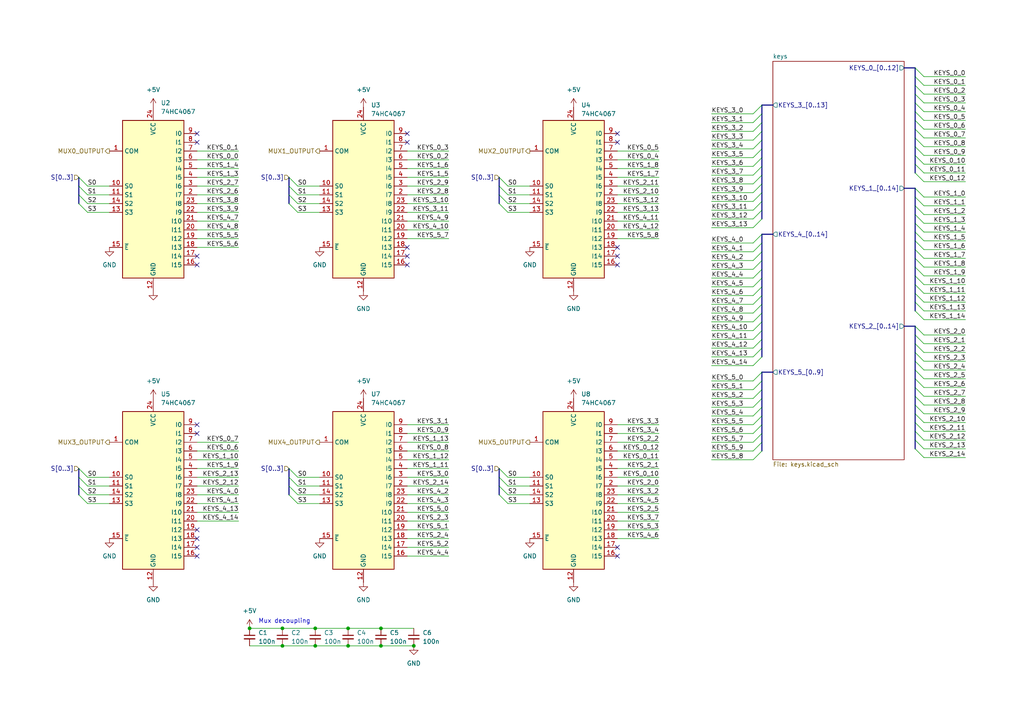
<source format=kicad_sch>
(kicad_sch (version 20230121) (generator eeschema)
  (paper "A4")
  (title_block (title "MoonBoard"))
  (lib_symbols
    (symbol "74xx:CD74HC4067M"
      (property "Reference" "U" (at -8.89 22.86 0))
      (property "Value" "CD74HC4067M" (at 1.27 22.86 0))
      (symbol "CD74HC4067M_0_1"
        (rectangle (start -8.89 21.59) (end 8.89 -24.13) (stroke (width 0.254)) (fill (type background)))
      )
      (symbol "CD74HC4067M_1_1"
        (pin passive line (at -12.7 12.7 0) (length 3.81) (name "COM") (number "1"))
        (pin input line (at -12.7 2.54 0) (length 3.81) (name "S0") (number "10"))
        (pin input line (at -12.7 0 0) (length 3.81) (name "S1") (number "11"))
        (pin power_in line (at 0 -27.94 90) (length 3.81) (name "GND") (number "12"))
        (pin input line (at -12.7 -5.08 0) (length 3.81) (name "S3") (number "13"))
        (pin input line (at -12.7 -2.54 0) (length 3.81) (name "S2") (number "14"))
        (pin input line (at -12.7 -15.24 0) (length 3.81) (name "~{E}") (number "15"))
        (pin passive line (at 12.7 -20.32 180) (length 3.81) (name "I15") (number "16"))
        (pin passive line (at 12.7 -17.78 180) (length 3.81) (name "I14") (number "17"))
        (pin passive line (at 12.7 -15.24 180) (length 3.81) (name "I13") (number "18"))
        (pin passive line (at 12.7 -12.7 180) (length 3.81) (name "I12") (number "19"))
        (pin passive line (at 12.7 0 180) (length 3.81) (name "I7") (number "2"))
        (pin passive line (at 12.7 -10.16 180) (length 3.81) (name "I11") (number "20"))
        (pin passive line (at 12.7 -7.62 180) (length 3.81) (name "I10") (number "21"))
        (pin passive line (at 12.7 -5.08 180) (length 3.81) (name "I9") (number "22"))
        (pin passive line (at 12.7 -2.54 180) (length 3.81) (name "I8") (number "23"))
        (pin power_in line (at 0 25.4 270) (length 3.81) (name "VCC") (number "24"))
        (pin passive line (at 12.7 2.54 180) (length 3.81) (name "I6") (number "3"))
        (pin passive line (at 12.7 5.08 180) (length 3.81) (name "I5") (number "4"))
        (pin passive line (at 12.7 7.62 180) (length 3.81) (name "I4") (number "5"))
        (pin passive line (at 12.7 10.16 180) (length 3.81) (name "I3") (number "6"))
        (pin passive line (at 12.7 12.7 180) (length 3.81) (name "I2") (number "7"))
        (pin passive line (at 12.7 15.24 180) (length 3.81) (name "I1") (number "8"))
        (pin passive line (at 12.7 17.78 180) (length 3.81) (name "I0") (number "9"))
      )
    )
    (symbol "Device:C_Small" (pin_numbers hide) (pin_names (offset 0.254) hide)
      (property "Reference" "C" (at 0.254 1.778 0))
      (property "Value" "C_Small" (at 0.254 -2.032 0))
      (symbol "C_Small_0_1"
        (polyline (pts (xy -1.524 -0.508) (xy 1.524 -0.508)) (stroke (width 0.3302)))
        (polyline (pts (xy -1.524 0.508) (xy 1.524 0.508)) (stroke (width 0.3048)))
      )
      (symbol "C_Small_1_1"
        (pin passive line (at 0 2.54 270) (length 2.032) (name "~") (number "1"))
        (pin passive line (at 0 -2.54 90) (length 2.032) (name "~") (number "2"))
      )
    )
    (symbol "power:+5V" (power) (pin_names (offset 0))
      (property "Value" "+5V" (at 0 3.556 0))
      (symbol "+5V_0_1"
        (polyline (pts (xy -0.762 1.27) (xy 0 2.54)))
        (polyline (pts (xy 0 0) (xy 0 2.54)))
        (polyline (pts (xy 0 2.54) (xy 0.762 1.27)))
      )
      (symbol "+5V_1_1"
        (pin power_in line (at 0 0 90) (length 0) hide (name "+5V") (number "1"))
      )
    )
    (symbol "power:GND" (power) (pin_names (offset 0))
      (property "Value" "GND" (at 0 -3.81 0))
      (symbol "GND_0_1"
        (polyline (pts (xy 0 0) (xy 0 -1.27) (xy 1.27 -1.27) (xy 0 -2.54) (xy -1.27 -1.27) (xy 0 -1.27)))
      )
      (symbol "GND_1_1"
        (pin power_in line (at 0 0 270) (length 0) hide (name "GND") (number "1"))
      )
    )
  )
  (junction (at 110.49 187.325))
  (junction (at 81.915 182.245))
  (junction (at 100.965 187.325))
  (junction (at 81.915 187.325))
  (junction (at 72.39 182.245))
  (junction (at 100.965 182.245))
  (junction (at 110.49 182.245))
  (junction (at 91.44 187.325))
  (junction (at 120.015 187.325))
  (junction (at 91.44 182.245))
  (no_connect (at 57.15 153.67))
  (no_connect (at 57.15 74.295))
  (no_connect (at 118.11 76.835))
  (no_connect (at 179.07 74.295))
  (no_connect (at 57.15 156.21))
  (no_connect (at 57.15 76.835))
  (no_connect (at 118.11 41.275))
  (no_connect (at 57.15 161.29))
  (no_connect (at 179.07 158.75))
  (no_connect (at 118.11 38.735))
  (no_connect (at 57.15 38.735))
  (no_connect (at 179.07 71.755))
  (no_connect (at 57.15 123.19))
  (no_connect (at 118.11 71.755))
  (no_connect (at 179.07 76.835))
  (no_connect (at 57.15 158.75))
  (no_connect (at 99.06 223.52))
  (no_connect (at 57.15 125.73))
  (no_connect (at 179.07 38.735))
  (no_connect (at 57.15 41.275))
  (no_connect (at 179.07 161.29))
  (no_connect (at 179.07 41.275))
  (no_connect (at 118.11 74.295))
  (bus_entry (at 267.97 34.925) (size -2.54 -2.54))
  (bus_entry (at 218.44 60.96) (size 2.54 -2.54))
  (bus_entry (at 218.44 48.26) (size 2.54 -2.54))
  (bus_entry (at 144.78 59.055) (size 2.54 2.54))
  (bus_entry (at 218.44 66.04) (size 2.54 -2.54))
  (bus_entry (at 144.78 143.51) (size 2.54 2.54))
  (bus_entry (at 83.82 143.51) (size 2.54 2.54))
  (bus_entry (at 218.44 43.18) (size 2.54 -2.54))
  (bus_entry (at 22.86 138.43) (size 2.54 2.54))
  (bus_entry (at 267.97 117.475) (size -2.54 -2.54))
  (bus_entry (at 267.97 127.635) (size -2.54 -2.54))
  (bus_entry (at 144.78 135.89) (size 2.54 2.54))
  (bus_entry (at 267.97 87.63) (size -2.54 -2.54))
  (bus_entry (at 267.97 82.55) (size -2.54 -2.54))
  (bus_entry (at 218.44 98.425) (size 2.54 -2.54))
  (bus_entry (at 267.97 122.555) (size -2.54 -2.54))
  (bus_entry (at 22.86 140.97) (size 2.54 2.54))
  (bus_entry (at 218.44 80.645) (size 2.54 -2.54))
  (bus_entry (at 267.97 99.695) (size -2.54 -2.54))
  (bus_entry (at 267.97 114.935) (size -2.54 -2.54))
  (bus_entry (at 83.82 135.89) (size 2.54 2.54))
  (bus_entry (at 267.97 64.77) (size -2.54 -2.54))
  (bus_entry (at 267.97 59.69) (size -2.54 -2.54))
  (bus_entry (at 144.78 138.43) (size 2.54 2.54))
  (bus_entry (at 83.82 56.515) (size 2.54 2.54))
  (bus_entry (at 218.44 93.345) (size 2.54 -2.54))
  (bus_entry (at 218.44 115.57) (size 2.54 -2.54))
  (bus_entry (at 267.97 107.315) (size -2.54 -2.54))
  (bus_entry (at 267.97 97.155) (size -2.54 -2.54))
  (bus_entry (at 218.44 133.35) (size 2.54 -2.54))
  (bus_entry (at 218.44 120.65) (size 2.54 -2.54))
  (bus_entry (at 267.97 40.005) (size -2.54 -2.54))
  (bus_entry (at 218.44 83.185) (size 2.54 -2.54))
  (bus_entry (at 144.78 140.97) (size 2.54 2.54))
  (bus_entry (at 267.97 24.765) (size -2.54 -2.54))
  (bus_entry (at 218.44 58.42) (size 2.54 -2.54))
  (bus_entry (at 22.86 59.055) (size 2.54 2.54))
  (bus_entry (at 267.97 125.095) (size -2.54 -2.54))
  (bus_entry (at 218.44 113.03) (size 2.54 -2.54))
  (bus_entry (at 267.97 109.855) (size -2.54 -2.54))
  (bus_entry (at 218.44 85.725) (size 2.54 -2.54))
  (bus_entry (at 267.97 32.385) (size -2.54 -2.54))
  (bus_entry (at 267.97 102.235) (size -2.54 -2.54))
  (bus_entry (at 83.82 138.43) (size 2.54 2.54))
  (bus_entry (at 218.44 73.025) (size 2.54 -2.54))
  (bus_entry (at 22.86 143.51) (size 2.54 2.54))
  (bus_entry (at 22.86 53.975) (size 2.54 2.54))
  (bus_entry (at 83.82 53.975) (size 2.54 2.54))
  (bus_entry (at 267.97 104.775) (size -2.54 -2.54))
  (bus_entry (at 267.97 130.175) (size -2.54 -2.54))
  (bus_entry (at 218.44 130.81) (size 2.54 -2.54))
  (bus_entry (at 22.86 51.435) (size 2.54 2.54))
  (bus_entry (at 267.97 77.47) (size -2.54 -2.54))
  (bus_entry (at 267.97 22.225) (size -2.54 -2.54))
  (bus_entry (at 218.44 88.265) (size 2.54 -2.54))
  (bus_entry (at 267.97 62.23) (size -2.54 -2.54))
  (bus_entry (at 218.44 110.49) (size 2.54 -2.54))
  (bus_entry (at 218.44 128.27) (size 2.54 -2.54))
  (bus_entry (at 267.97 112.395) (size -2.54 -2.54))
  (bus_entry (at 218.44 53.34) (size 2.54 -2.54))
  (bus_entry (at 267.97 50.165) (size -2.54 -2.54))
  (bus_entry (at 267.97 57.15) (size -2.54 -2.54))
  (bus_entry (at 267.97 37.465) (size -2.54 -2.54))
  (bus_entry (at 267.97 27.305) (size -2.54 -2.54))
  (bus_entry (at 83.82 140.97) (size 2.54 2.54))
  (bus_entry (at 218.44 78.105) (size 2.54 -2.54))
  (bus_entry (at 218.44 95.885) (size 2.54 -2.54))
  (bus_entry (at 218.44 70.485) (size 2.54 -2.54))
  (bus_entry (at 267.97 90.17) (size -2.54 -2.54))
  (bus_entry (at 144.78 56.515) (size 2.54 2.54))
  (bus_entry (at 144.78 51.435) (size 2.54 2.54))
  (bus_entry (at 267.97 72.39) (size -2.54 -2.54))
  (bus_entry (at 218.44 100.965) (size 2.54 -2.54))
  (bus_entry (at 267.97 85.09) (size -2.54 -2.54))
  (bus_entry (at 218.44 90.805) (size 2.54 -2.54))
  (bus_entry (at 267.97 74.93) (size -2.54 -2.54))
  (bus_entry (at 267.97 67.31) (size -2.54 -2.54))
  (bus_entry (at 83.82 59.055) (size 2.54 2.54))
  (bus_entry (at 218.44 75.565) (size 2.54 -2.54))
  (bus_entry (at 218.44 38.1) (size 2.54 -2.54))
  (bus_entry (at 218.44 55.88) (size 2.54 -2.54))
  (bus_entry (at 218.44 103.505) (size 2.54 -2.54))
  (bus_entry (at 218.44 35.56) (size 2.54 -2.54))
  (bus_entry (at 218.44 33.02) (size 2.54 -2.54))
  (bus_entry (at 267.97 80.01) (size -2.54 -2.54))
  (bus_entry (at 267.97 69.85) (size -2.54 -2.54))
  (bus_entry (at 218.44 63.5) (size 2.54 -2.54))
  (bus_entry (at 267.97 120.015) (size -2.54 -2.54))
  (bus_entry (at 22.86 135.89) (size 2.54 2.54))
  (bus_entry (at 218.44 50.8) (size 2.54 -2.54))
  (bus_entry (at 218.44 123.19) (size 2.54 -2.54))
  (bus_entry (at 218.44 125.73) (size 2.54 -2.54))
  (bus_entry (at 267.97 45.085) (size -2.54 -2.54))
  (bus_entry (at 267.97 47.625) (size -2.54 -2.54))
  (bus_entry (at 267.97 52.705) (size -2.54 -2.54))
  (bus_entry (at 267.97 29.845) (size -2.54 -2.54))
  (bus_entry (at 267.97 92.71) (size -2.54 -2.54))
  (bus_entry (at 218.44 40.64) (size 2.54 -2.54))
  (bus_entry (at 218.44 45.72) (size 2.54 -2.54))
  (bus_entry (at 267.97 132.715) (size -2.54 -2.54))
  (bus_entry (at 218.44 118.11) (size 2.54 -2.54))
  (bus_entry (at 267.97 42.545) (size -2.54 -2.54))
  (bus_entry (at 218.44 106.045) (size 2.54 -2.54))
  (bus_entry (at 83.82 51.435) (size 2.54 2.54))
  (bus_entry (at 144.78 53.975) (size 2.54 2.54))
  (bus_entry (at 22.86 56.515) (size 2.54 2.54))
  (wire (pts (xy 57.15 146.05) (xy 69.215 146.05)))
  (bus (pts (xy 220.98 40.64) (xy 220.98 43.18)))
  (bus (pts (xy 220.98 90.805) (xy 220.98 93.345)))
  (bus (pts (xy 262.255 54.61) (xy 265.43 54.61)))
  (bus (pts (xy 265.43 122.555) (xy 265.43 125.095)))
  (wire (pts (xy 86.36 53.975) (xy 92.71 53.975)))
  (wire (pts (xy 218.44 45.72) (xy 206.375 45.72)))
  (wire (pts (xy 57.15 53.975) (xy 69.215 53.975)))
  (wire (pts (xy 118.11 53.975) (xy 130.175 53.975)))
  (wire (pts (xy 57.15 48.895) (xy 69.215 48.895)))
  (wire (pts (xy 191.135 130.81) (xy 179.07 130.81)))
  (wire (pts (xy 218.44 103.505) (xy 206.375 103.505)))
  (bus (pts (xy 265.43 34.925) (xy 265.43 37.465)))
  (wire (pts (xy 118.11 161.29) (xy 130.175 161.29)))
  (wire (pts (xy 25.4 143.51) (xy 31.75 143.51)))
  (wire (pts (xy 267.97 85.09) (xy 280.035 85.09)))
  (bus (pts (xy 220.98 43.18) (xy 220.98 45.72)))
  (wire (pts (xy 130.175 69.215) (xy 118.11 69.215)))
  (wire (pts (xy 191.135 53.975) (xy 179.07 53.975)))
  (wire (pts (xy 218.44 60.96) (xy 206.375 60.96)))
  (wire (pts (xy 218.44 83.185) (xy 206.375 83.185)))
  (bus (pts (xy 220.98 67.945) (xy 224.155 67.945)))
  (wire (pts (xy 147.32 140.97) (xy 153.67 140.97)))
  (bus (pts (xy 22.86 140.97) (xy 22.86 143.51)))
  (wire (pts (xy 147.32 53.975) (xy 153.67 53.975)))
  (bus (pts (xy 220.98 53.34) (xy 220.98 55.88)))
  (wire (pts (xy 267.97 50.165) (xy 280.035 50.165)))
  (bus (pts (xy 220.98 48.26) (xy 220.98 50.8)))
  (wire (pts (xy 267.97 74.93) (xy 280.035 74.93)))
  (bus (pts (xy 220.98 120.65) (xy 220.98 123.19)))
  (bus (pts (xy 265.43 87.63) (xy 265.43 90.17)))
  (wire (pts (xy 69.215 61.595) (xy 57.15 61.595)))
  (wire (pts (xy 69.215 69.215) (xy 57.15 69.215)))
  (wire (pts (xy 218.44 95.885) (xy 206.375 95.885)))
  (wire (pts (xy 191.135 143.51) (xy 179.07 143.51)))
  (wire (pts (xy 118.11 153.67) (xy 130.175 153.67)))
  (wire (pts (xy 267.97 42.545) (xy 280.035 42.545)))
  (bus (pts (xy 265.43 59.69) (xy 265.43 62.23)))
  (wire (pts (xy 72.39 182.245) (xy 81.915 182.245)))
  (wire (pts (xy 57.15 140.97) (xy 69.215 140.97)))
  (bus (pts (xy 144.78 140.97) (xy 144.78 143.51)))
  (wire (pts (xy 218.44 43.18) (xy 206.375 43.18)))
  (wire (pts (xy 179.07 64.135) (xy 191.135 64.135)))
  (bus (pts (xy 144.78 138.43) (xy 144.78 140.97)))
  (wire (pts (xy 86.36 61.595) (xy 92.71 61.595)))
  (wire (pts (xy 25.4 146.05) (xy 31.75 146.05)))
  (wire (pts (xy 147.32 59.055) (xy 153.67 59.055)))
  (wire (pts (xy 118.11 48.895) (xy 130.175 48.895)))
  (wire (pts (xy 179.07 151.13) (xy 191.135 151.13)))
  (wire (pts (xy 86.36 59.055) (xy 92.71 59.055)))
  (bus (pts (xy 265.43 80.01) (xy 265.43 82.55)))
  (wire (pts (xy 118.11 130.81) (xy 130.175 130.81)))
  (wire (pts (xy 280.035 57.15) (xy 267.97 57.15)))
  (wire (pts (xy 267.97 52.705) (xy 280.035 52.705)))
  (wire (pts (xy 218.44 93.345) (xy 206.375 93.345)))
  (wire (pts (xy 280.035 59.69) (xy 267.97 59.69)))
  (wire (pts (xy 280.035 34.925) (xy 267.97 34.925)))
  (wire (pts (xy 118.11 143.51) (xy 130.175 143.51)))
  (wire (pts (xy 218.44 88.265) (xy 206.375 88.265)))
  (wire (pts (xy 81.915 187.325) (xy 91.44 187.325)))
  (bus (pts (xy 220.98 93.345) (xy 220.98 95.885)))
  (wire (pts (xy 110.49 182.245) (xy 120.015 182.245)))
  (wire (pts (xy 118.11 158.75) (xy 130.175 158.75)))
  (bus (pts (xy 22.86 51.435) (xy 22.86 53.975)))
  (bus (pts (xy 220.98 125.73) (xy 220.98 128.27)))
  (bus (pts (xy 265.43 127.635) (xy 265.43 130.175)))
  (wire (pts (xy 218.44 66.04) (xy 206.375 66.04)))
  (wire (pts (xy 191.135 148.59) (xy 179.07 148.59)))
  (bus (pts (xy 265.43 22.225) (xy 265.43 24.765)))
  (wire (pts (xy 57.15 51.435) (xy 69.215 51.435)))
  (wire (pts (xy 267.97 114.935) (xy 280.035 114.935)))
  (wire (pts (xy 218.44 133.35) (xy 206.375 133.35)))
  (wire (pts (xy 267.97 82.55) (xy 280.035 82.55)))
  (bus (pts (xy 22.86 53.975) (xy 22.86 56.515)))
  (wire (pts (xy 57.15 138.43) (xy 69.215 138.43)))
  (wire (pts (xy 267.97 120.015) (xy 280.035 120.015)))
  (wire (pts (xy 191.135 51.435) (xy 179.07 51.435)))
  (wire (pts (xy 130.175 61.595) (xy 118.11 61.595)))
  (wire (pts (xy 267.97 32.385) (xy 280.035 32.385)))
  (wire (pts (xy 218.44 118.11) (xy 206.375 118.11)))
  (wire (pts (xy 118.11 125.73) (xy 130.175 125.73)))
  (wire (pts (xy 267.97 130.175) (xy 280.035 130.175)))
  (wire (pts (xy 218.44 48.26) (xy 206.375 48.26)))
  (wire (pts (xy 25.4 56.515) (xy 31.75 56.515)))
  (wire (pts (xy 218.44 98.425) (xy 206.375 98.425)))
  (wire (pts (xy 179.07 140.97) (xy 191.135 140.97)))
  (wire (pts (xy 218.44 85.725) (xy 206.375 85.725)))
  (wire (pts (xy 86.36 140.97) (xy 92.71 140.97)))
  (bus (pts (xy 262.255 94.615) (xy 265.43 94.615)))
  (wire (pts (xy 267.97 69.85) (xy 280.035 69.85)))
  (wire (pts (xy 25.4 59.055) (xy 31.75 59.055)))
  (wire (pts (xy 25.4 140.97) (xy 31.75 140.97)))
  (wire (pts (xy 206.375 110.49) (xy 218.44 110.49)))
  (wire (pts (xy 179.07 146.05) (xy 191.135 146.05)))
  (wire (pts (xy 267.97 122.555) (xy 280.035 122.555)))
  (bus (pts (xy 220.98 123.19) (xy 220.98 125.73)))
  (wire (pts (xy 191.135 46.355) (xy 179.07 46.355)))
  (bus (pts (xy 220.98 98.425) (xy 220.98 100.965)))
  (bus (pts (xy 265.43 19.685) (xy 265.43 22.225)))
  (bus (pts (xy 265.43 74.93) (xy 265.43 77.47)))
  (bus (pts (xy 220.98 110.49) (xy 220.98 113.03)))
  (wire (pts (xy 267.97 104.775) (xy 280.035 104.775)))
  (bus (pts (xy 83.82 51.435) (xy 83.82 53.975)))
  (wire (pts (xy 81.915 182.245) (xy 91.44 182.245)))
  (wire (pts (xy 206.375 113.03) (xy 218.44 113.03)))
  (bus (pts (xy 265.43 69.85) (xy 265.43 72.39)))
  (wire (pts (xy 218.44 106.045) (xy 206.375 106.045)))
  (wire (pts (xy 206.375 33.02) (xy 218.44 33.02)))
  (wire (pts (xy 130.175 123.19) (xy 118.11 123.19)))
  (wire (pts (xy 218.44 128.27) (xy 206.375 128.27)))
  (bus (pts (xy 265.43 97.155) (xy 265.43 99.695)))
  (wire (pts (xy 267.97 112.395) (xy 280.035 112.395)))
  (wire (pts (xy 86.36 143.51) (xy 92.71 143.51)))
  (bus (pts (xy 265.43 45.085) (xy 265.43 47.625)))
  (bus (pts (xy 220.98 67.945) (xy 220.98 70.485)))
  (bus (pts (xy 83.82 56.515) (xy 83.82 59.055)))
  (bus (pts (xy 83.82 140.97) (xy 83.82 143.51)))
  (bus (pts (xy 22.86 56.515) (xy 22.86 59.055)))
  (wire (pts (xy 218.44 123.19) (xy 206.375 123.19)))
  (wire (pts (xy 25.4 53.975) (xy 31.75 53.975)))
  (wire (pts (xy 130.175 138.43) (xy 118.11 138.43)))
  (bus (pts (xy 220.98 33.02) (xy 220.98 35.56)))
  (wire (pts (xy 267.97 72.39) (xy 280.035 72.39)))
  (bus (pts (xy 220.98 88.265) (xy 220.98 90.805)))
  (wire (pts (xy 280.035 97.155) (xy 267.97 97.155)))
  (wire (pts (xy 130.175 66.675) (xy 118.11 66.675)))
  (wire (pts (xy 206.375 35.56) (xy 218.44 35.56)))
  (wire (pts (xy 130.175 46.355) (xy 118.11 46.355)))
  (bus (pts (xy 265.43 42.545) (xy 265.43 45.085)))
  (wire (pts (xy 267.97 125.095) (xy 280.035 125.095)))
  (wire (pts (xy 179.07 66.675) (xy 191.135 66.675)))
  (bus (pts (xy 144.78 53.975) (xy 144.78 56.515)))
  (wire (pts (xy 147.32 143.51) (xy 153.67 143.51)))
  (wire (pts (xy 280.035 22.225) (xy 267.97 22.225)))
  (wire (pts (xy 267.97 37.465) (xy 280.035 37.465)))
  (bus (pts (xy 262.255 19.685) (xy 265.43 19.685)))
  (wire (pts (xy 191.135 138.43) (xy 179.07 138.43)))
  (wire (pts (xy 91.44 182.245) (xy 100.965 182.245)))
  (bus (pts (xy 144.78 56.515) (xy 144.78 59.055)))
  (wire (pts (xy 69.215 43.815) (xy 57.15 43.815)))
  (bus (pts (xy 83.82 135.89) (xy 83.82 138.43)))
  (wire (pts (xy 218.44 80.645) (xy 206.375 80.645)))
  (wire (pts (xy 69.215 71.755) (xy 57.15 71.755)))
  (bus (pts (xy 220.98 80.645) (xy 220.98 83.185)))
  (wire (pts (xy 267.97 132.715) (xy 280.035 132.715)))
  (wire (pts (xy 206.375 70.485) (xy 218.44 70.485)))
  (bus (pts (xy 265.43 64.77) (xy 265.43 67.31)))
  (bus (pts (xy 220.98 45.72) (xy 220.98 48.26)))
  (wire (pts (xy 100.965 182.245) (xy 110.49 182.245)))
  (wire (pts (xy 25.4 61.595) (xy 31.75 61.595)))
  (wire (pts (xy 91.44 187.325) (xy 100.965 187.325)))
  (wire (pts (xy 118.11 140.97) (xy 130.175 140.97)))
  (wire (pts (xy 191.135 48.895) (xy 179.07 48.895)))
  (wire (pts (xy 191.135 43.815) (xy 179.07 43.815)))
  (bus (pts (xy 265.43 102.235) (xy 265.43 104.775)))
  (bus (pts (xy 265.43 114.935) (xy 265.43 117.475)))
  (bus (pts (xy 220.98 83.185) (xy 220.98 85.725)))
  (wire (pts (xy 191.135 56.515) (xy 179.07 56.515)))
  (wire (pts (xy 267.97 45.085) (xy 280.035 45.085)))
  (wire (pts (xy 118.11 156.21) (xy 130.175 156.21)))
  (bus (pts (xy 265.43 47.625) (xy 265.43 50.165)))
  (bus (pts (xy 265.43 72.39) (xy 265.43 74.93)))
  (wire (pts (xy 179.07 61.595) (xy 191.135 61.595)))
  (wire (pts (xy 206.375 38.1) (xy 218.44 38.1)))
  (bus (pts (xy 265.43 54.61) (xy 265.43 57.15)))
  (bus (pts (xy 144.78 135.89) (xy 144.78 138.43)))
  (wire (pts (xy 267.97 47.625) (xy 280.035 47.625)))
  (wire (pts (xy 57.15 128.27) (xy 69.215 128.27)))
  (wire (pts (xy 25.4 138.43) (xy 31.75 138.43)))
  (bus (pts (xy 83.82 53.975) (xy 83.82 56.515)))
  (bus (pts (xy 220.98 30.48) (xy 220.98 33.02)))
  (bus (pts (xy 220.98 115.57) (xy 220.98 118.11)))
  (bus (pts (xy 220.98 55.88) (xy 220.98 58.42)))
  (wire (pts (xy 147.32 56.515) (xy 153.67 56.515)))
  (bus (pts (xy 265.43 27.305) (xy 265.43 29.845)))
  (wire (pts (xy 267.97 64.77) (xy 280.035 64.77)))
  (wire (pts (xy 57.15 151.13) (xy 69.215 151.13)))
  (wire (pts (xy 86.36 56.515) (xy 92.71 56.515)))
  (wire (pts (xy 267.97 92.71) (xy 280.035 92.71)))
  (wire (pts (xy 118.11 56.515) (xy 130.175 56.515)))
  (wire (pts (xy 280.035 24.765) (xy 267.97 24.765)))
  (wire (pts (xy 267.97 127.635) (xy 280.035 127.635)))
  (bus (pts (xy 220.98 118.11) (xy 220.98 120.65)))
  (bus (pts (xy 220.98 38.1) (xy 220.98 40.64)))
  (bus (pts (xy 265.43 117.475) (xy 265.43 120.015)))
  (wire (pts (xy 267.97 40.005) (xy 280.035 40.005)))
  (wire (pts (xy 57.15 56.515) (xy 69.215 56.515)))
  (bus (pts (xy 265.43 40.005) (xy 265.43 42.545)))
  (wire (pts (xy 191.135 123.19) (xy 179.07 123.19)))
  (bus (pts (xy 220.98 100.965) (xy 220.98 103.505)))
  (wire (pts (xy 218.44 78.105) (xy 206.375 78.105)))
  (wire (pts (xy 100.965 187.325) (xy 110.49 187.325)))
  (wire (pts (xy 130.175 64.135) (xy 118.11 64.135)))
  (wire (pts (xy 118.11 148.59) (xy 130.175 148.59)))
  (wire (pts (xy 267.97 90.17) (xy 280.035 90.17)))
  (bus (pts (xy 220.98 95.885) (xy 220.98 98.425)))
  (wire (pts (xy 280.035 27.305) (xy 267.97 27.305)))
  (wire (pts (xy 179.07 135.89) (xy 191.135 135.89)))
  (wire (pts (xy 191.135 128.27) (xy 179.07 128.27)))
  (bus (pts (xy 220.98 85.725) (xy 220.98 88.265)))
  (wire (pts (xy 57.15 148.59) (xy 69.215 148.59)))
  (bus (pts (xy 265.43 37.465) (xy 265.43 40.005)))
  (bus (pts (xy 220.98 107.95) (xy 220.98 110.49)))
  (bus (pts (xy 265.43 94.615) (xy 265.43 97.155)))
  (bus (pts (xy 22.86 138.43) (xy 22.86 140.97)))
  (bus (pts (xy 265.43 125.095) (xy 265.43 127.635)))
  (wire (pts (xy 206.375 115.57) (xy 218.44 115.57)))
  (wire (pts (xy 206.375 75.565) (xy 218.44 75.565)))
  (wire (pts (xy 118.11 146.05) (xy 130.175 146.05)))
  (wire (pts (xy 267.97 109.855) (xy 280.035 109.855)))
  (bus (pts (xy 265.43 24.765) (xy 265.43 27.305)))
  (wire (pts (xy 69.215 135.89) (xy 57.15 135.89)))
  (bus (pts (xy 265.43 99.695) (xy 265.43 102.235)))
  (bus (pts (xy 265.43 29.845) (xy 265.43 32.385)))
  (wire (pts (xy 57.15 130.81) (xy 69.215 130.81)))
  (wire (pts (xy 267.97 87.63) (xy 280.035 87.63)))
  (wire (pts (xy 267.97 29.845) (xy 280.035 29.845)))
  (wire (pts (xy 267.97 117.475) (xy 280.035 117.475)))
  (wire (pts (xy 218.44 125.73) (xy 206.375 125.73)))
  (wire (pts (xy 218.44 53.34) (xy 206.375 53.34)))
  (bus (pts (xy 265.43 77.47) (xy 265.43 80.01)))
  (wire (pts (xy 218.44 63.5) (xy 206.375 63.5)))
  (bus (pts (xy 220.98 75.565) (xy 220.98 78.105)))
  (wire (pts (xy 179.07 153.67) (xy 191.135 153.67)))
  (wire (pts (xy 267.97 77.47) (xy 280.035 77.47)))
  (wire (pts (xy 218.44 120.65) (xy 206.375 120.65)))
  (bus (pts (xy 83.82 138.43) (xy 83.82 140.97)))
  (wire (pts (xy 179.07 59.055) (xy 191.135 59.055)))
  (wire (pts (xy 280.035 102.235) (xy 267.97 102.235)))
  (wire (pts (xy 118.11 43.815) (xy 130.175 43.815)))
  (bus (pts (xy 265.43 120.015) (xy 265.43 122.555)))
  (wire (pts (xy 147.32 138.43) (xy 153.67 138.43)))
  (bus (pts (xy 220.98 70.485) (xy 220.98 73.025)))
  (wire (pts (xy 206.375 73.025) (xy 218.44 73.025)))
  (bus (pts (xy 265.43 57.15) (xy 265.43 59.69)))
  (bus (pts (xy 22.86 135.89) (xy 22.86 138.43)))
  (bus (pts (xy 220.98 50.8) (xy 220.98 53.34)))
  (bus (pts (xy 220.98 107.95) (xy 224.155 107.95)))
  (bus (pts (xy 220.98 58.42) (xy 220.98 60.96)))
  (bus (pts (xy 220.98 128.27) (xy 220.98 130.81)))
  (wire (pts (xy 218.44 100.965) (xy 206.375 100.965)))
  (wire (pts (xy 69.215 66.675) (xy 57.15 66.675)))
  (bus (pts (xy 265.43 85.09) (xy 265.43 87.63)))
  (wire (pts (xy 267.97 67.31) (xy 280.035 67.31)))
  (bus (pts (xy 144.78 51.435) (xy 144.78 53.975)))
  (bus (pts (xy 265.43 109.855) (xy 265.43 112.395)))
  (bus (pts (xy 265.43 62.23) (xy 265.43 64.77)))
  (wire (pts (xy 69.215 46.355) (xy 57.15 46.355)))
  (bus (pts (xy 265.43 82.55) (xy 265.43 85.09)))
  (wire (pts (xy 147.32 146.05) (xy 153.67 146.05)))
  (bus (pts (xy 220.98 73.025) (xy 220.98 75.565)))
  (wire (pts (xy 179.07 69.215) (xy 191.135 69.215)))
  (wire (pts (xy 267.97 80.01) (xy 280.035 80.01)))
  (wire (pts (xy 218.44 90.805) (xy 206.375 90.805)))
  (wire (pts (xy 191.135 125.73) (xy 179.07 125.73)))
  (bus (pts (xy 220.98 113.03) (xy 220.98 115.57)))
  (bus (pts (xy 220.98 78.105) (xy 220.98 80.645)))
  (wire (pts (xy 218.44 40.64) (xy 206.375 40.64)))
  (bus (pts (xy 265.43 104.775) (xy 265.43 107.315)))
  (wire (pts (xy 280.035 99.695) (xy 267.97 99.695)))
  (bus (pts (xy 220.98 35.56) (xy 220.98 38.1)))
  (wire (pts (xy 72.39 187.325) (xy 81.915 187.325)))
  (wire (pts (xy 86.36 138.43) (xy 92.71 138.43)))
  (bus (pts (xy 220.98 60.96) (xy 220.98 63.5)))
  (wire (pts (xy 69.215 64.135) (xy 57.15 64.135)))
  (wire (pts (xy 69.215 133.35) (xy 57.15 133.35)))
  (wire (pts (xy 280.035 62.23) (xy 267.97 62.23)))
  (bus (pts (xy 265.43 112.395) (xy 265.43 114.935)))
  (wire (pts (xy 191.135 156.21) (xy 179.07 156.21)))
  (wire (pts (xy 218.44 50.8) (xy 206.375 50.8)))
  (bus (pts (xy 265.43 107.315) (xy 265.43 109.855)))
  (wire (pts (xy 118.11 128.27) (xy 130.175 128.27)))
  (wire (pts (xy 69.215 59.055) (xy 57.15 59.055)))
  (wire (pts (xy 118.11 135.89) (xy 130.175 135.89)))
  (bus (pts (xy 265.43 32.385) (xy 265.43 34.925)))
  (wire (pts (xy 110.49 187.325) (xy 120.015 187.325)))
  (bus (pts (xy 220.98 30.48) (xy 224.155 30.48)))
  (wire (pts (xy 218.44 58.42) (xy 206.375 58.42)))
  (wire (pts (xy 218.44 130.81) (xy 206.375 130.81)))
  (wire (pts (xy 147.32 61.595) (xy 153.67 61.595)))
  (wire (pts (xy 218.44 55.88) (xy 206.375 55.88)))
  (bus (pts (xy 265.43 67.31) (xy 265.43 69.85)))
  (wire (pts (xy 118.11 51.435) (xy 130.175 51.435)))
  (wire (pts (xy 191.135 133.35) (xy 179.07 133.35)))
  (wire (pts (xy 57.15 143.51) (xy 69.215 143.51)))
  (wire (pts (xy 118.11 133.35) (xy 130.175 133.35)))
  (wire (pts (xy 130.175 59.055) (xy 118.11 59.055)))
  (wire (pts (xy 267.97 107.315) (xy 280.035 107.315)))
  (wire (pts (xy 118.11 151.13) (xy 130.175 151.13)))
  (wire (pts (xy 86.36 146.05) (xy 92.71 146.05)))
  (text "Mux decoupling" (at 74.93 180.975 0) (effects (font (size 1.27 1.27)) (justify left bottom)))
  (label "KEYS_5_8" (at 206.375 133.35 0))
  (label "KEYS_0_8" (at 280.035 42.545 180))
  (label "KEYS_3_4" (at 206.375 43.18 0))
  (label "KEYS_3_1" (at 206.375 35.56 0))
  (label "KEYS_3_7" (at 191.135 151.13 180))
  (label "KEYS_5_0" (at 206.375 110.49 0))
  (label "KEYS_1_4" (at 69.215 48.895 180))
  (label "KEYS_5_9" (at 206.375 130.81 0))
  (label "KEYS_2_7" (at 280.035 114.935 180))
  (label "KEYS_0_7" (at 280.035 40.005 180))
  (label "KEYS_2_10" (at 191.135 56.515 180))
  (label "KEYS_4_10" (at 206.375 95.885 0))
  (label "KEYS_3_13" (at 206.375 66.04 0))
  (label "S0" (at 25.4 53.975 0))
  (label "KEYS_4_14" (at 69.215 151.13 180))
  (label "KEYS_4_12" (at 191.135 66.675 180))
  (label "KEYS_3_1" (at 130.175 123.19 180))
  (label "KEYS_0_10" (at 191.135 138.43 180))
  (label "KEYS_0_5" (at 191.135 43.815 180))
  (label "KEYS_3_9" (at 69.215 61.595 180))
  (label "KEYS_0_2" (at 280.035 27.305 180))
  (label "S3" (at 147.32 146.05 0))
  (label "KEYS_0_9" (at 280.035 45.085 180))
  (label "KEYS_0_10" (at 280.035 47.625 180))
  (label "S0" (at 147.32 53.975 0))
  (label "KEYS_4_2" (at 130.175 143.51 180))
  (label "KEYS_2_13" (at 69.215 138.43 180))
  (label "KEYS_5_5" (at 69.215 69.215 180))
  (label "KEYS_3_10" (at 130.175 59.055 180))
  (label "KEYS_3_4" (at 191.135 125.73 180))
  (label "KEYS_4_9" (at 130.175 64.135 180))
  (label "KEYS_0_6" (at 69.215 130.81 180))
  (label "KEYS_2_0" (at 191.135 140.97 180))
  (label "KEYS_2_11" (at 191.135 53.975 180))
  (label "KEYS_0_12" (at 280.035 52.705 180))
  (label "S1" (at 25.4 56.515 0))
  (label "KEYS_2_14" (at 130.175 140.97 180))
  (label "KEYS_5_3" (at 206.375 118.11 0))
  (label "KEYS_3_2" (at 206.375 38.1 0))
  (label "KEYS_1_5" (at 130.175 51.435 180))
  (label "KEYS_4_1" (at 206.375 73.025 0))
  (label "KEYS_1_7" (at 280.035 74.93 180))
  (label "KEYS_3_0" (at 206.375 33.02 0))
  (label "S3" (at 25.4 61.595 0))
  (label "KEYS_5_6" (at 69.215 71.755 180))
  (label "KEYS_2_12" (at 280.035 127.635 180))
  (label "KEYS_1_4" (at 280.035 67.31 180))
  (label "KEYS_0_8" (at 130.175 130.81 180))
  (label "KEYS_3_7" (at 206.375 50.8 0))
  (label "KEYS_5_0" (at 130.175 148.59 180))
  (label "KEYS_3_11" (at 130.175 61.595 180))
  (label "KEYS_4_3" (at 206.375 78.105 0))
  (label "KEYS_4_2" (at 206.375 75.565 0))
  (label "KEYS_4_8" (at 206.375 90.805 0))
  (label "KEYS_4_4" (at 206.375 80.645 0))
  (label "S2" (at 147.32 143.51 0))
  (label "KEYS_1_6" (at 130.175 48.895 180))
  (label "KEYS_2_11" (at 280.035 125.095 180))
  (label "KEYS_3_5" (at 206.375 45.72 0))
  (label "KEYS_4_6" (at 206.375 85.725 0))
  (label "KEYS_2_3" (at 280.035 104.775 180))
  (label "S2" (at 25.4 143.51 0))
  (label "S1" (at 86.36 56.515 0))
  (label "KEYS_4_0" (at 69.215 143.51 180))
  (label "S3" (at 25.4 146.05 0))
  (label "KEYS_1_10" (at 69.215 133.35 180))
  (label "S1" (at 147.32 56.515 0))
  (label "KEYS_2_14" (at 280.035 132.715 180))
  (label "KEYS_4_11" (at 191.135 64.135 180))
  (label "S0" (at 86.36 138.43 0))
  (label "KEYS_0_4" (at 280.035 32.385 180))
  (label "KEYS_1_12" (at 130.175 133.35 180))
  (label "KEYS_1_7" (at 191.135 51.435 180))
  (label "KEYS_0_7" (at 69.215 128.27 180))
  (label "KEYS_3_11" (at 206.375 60.96 0))
  (label "S1" (at 86.36 140.97 0))
  (label "KEYS_3_0" (at 130.175 138.43 180))
  (label "KEYS_4_5" (at 191.135 146.05 180))
  (label "KEYS_3_9" (at 206.375 55.88 0))
  (label "KEYS_0_0" (at 280.035 22.225 180))
  (label "KEYS_5_2" (at 130.175 158.75 180))
  (label "KEYS_5_2" (at 206.375 115.57 0))
  (label "KEYS_4_7" (at 69.215 64.135 180))
  (label "KEYS_2_5" (at 280.035 109.855 180))
  (label "KEYS_4_7" (at 206.375 88.265 0))
  (label "KEYS_1_3" (at 280.035 64.77 180))
  (label "KEYS_5_8" (at 191.135 69.215 180))
  (label "KEYS_2_12" (at 69.215 140.97 180))
  (label "KEYS_1_6" (at 280.035 72.39 180))
  (label "KEYS_4_13" (at 69.215 148.59 180))
  (label "KEYS_2_0" (at 280.035 97.155 180))
  (label "KEYS_1_10" (at 280.035 82.55 180))
  (label "KEYS_0_0" (at 69.215 46.355 180))
  (label "KEYS_2_9" (at 280.035 120.015 180))
  (label "KEYS_4_14" (at 206.375 106.045 0))
  (label "KEYS_2_13" (at 280.035 130.175 180))
  (label "KEYS_1_8" (at 280.035 77.47 180))
  (label "KEYS_0_4" (at 191.135 46.355 180))
  (label "KEYS_5_6" (at 206.375 125.73 0))
  (label "KEYS_3_13" (at 191.135 61.595 180))
  (label "KEYS_2_8" (at 280.035 117.475 180))
  (label "KEYS_5_5" (at 206.375 123.19 0))
  (label "KEYS_1_9" (at 69.215 135.89 180))
  (label "KEYS_4_5" (at 206.375 83.185 0))
  (label "KEYS_3_12" (at 206.375 63.5 0))
  (label "S1" (at 147.32 140.97 0))
  (label "KEYS_2_9" (at 130.175 53.975 180))
  (label "KEYS_4_10" (at 130.175 66.675 180))
  (label "KEYS_4_9" (at 206.375 93.345 0))
  (label "KEYS_0_6" (at 280.035 37.465 180))
  (label "KEYS_0_3" (at 280.035 29.845 180))
  (label "S0" (at 86.36 53.975 0))
  (label "KEYS_3_8" (at 206.375 53.34 0))
  (label "KEYS_2_4" (at 280.035 107.315 180))
  (label "KEYS_0_11" (at 191.135 133.35 180))
  (label "KEYS_5_1" (at 206.375 113.03 0))
  (label "KEYS_4_11" (at 206.375 98.425 0))
  (label "KEYS_2_2" (at 280.035 102.235 180))
  (label "KEYS_5_7" (at 130.175 69.215 180))
  (label "KEYS_2_6" (at 280.035 112.395 180))
  (label "KEYS_2_8" (at 130.175 56.515 180))
  (label "KEYS_2_4" (at 130.175 156.21 180))
  (label "KEYS_0_1" (at 280.035 24.765 180))
  (label "KEYS_3_8" (at 69.215 59.055 180))
  (label "KEYS_5_3" (at 191.135 153.67 180))
  (label "KEYS_1_8" (at 191.135 48.895 180))
  (label "KEYS_4_8" (at 69.215 66.675 180))
  (label "KEYS_4_6" (at 191.135 156.21 180))
  (label "S3" (at 86.36 61.595 0))
  (label "KEYS_3_3" (at 191.135 123.19 180))
  (label "KEYS_1_11" (at 130.175 135.89 180))
  (label "KEYS_2_6" (at 69.215 56.515 180))
  (label "KEYS_3_3" (at 206.375 40.64 0))
  (label "S3" (at 86.36 146.05 0))
  (label "KEYS_2_10" (at 280.035 122.555 180))
  (label "KEYS_1_13" (at 130.175 128.27 180))
  (label "S2" (at 147.32 59.055 0))
  (label "KEYS_1_5" (at 280.035 69.85 180))
  (label "KEYS_3_6" (at 206.375 48.26 0))
  (label "KEYS_3_10" (at 206.375 58.42 0))
  (label "KEYS_0_2" (at 130.175 46.355 180))
  (label "KEYS_0_5" (at 280.035 34.925 180))
  (label "KEYS_4_4" (at 130.175 161.29 180))
  (label "KEYS_1_2" (at 280.035 62.23 180))
  (label "KEYS_0_12" (at 191.135 130.81 180))
  (label "KEYS_4_1" (at 69.215 146.05 180))
  (label "KEYS_4_12" (at 206.375 100.965 0))
  (label "KEYS_2_7" (at 69.215 53.975 180))
  (label "S0" (at 147.32 138.43 0))
  (label "KEYS_1_11" (at 280.035 85.09 180))
  (label "KEYS_2_3" (at 130.175 151.13 180))
  (label "KEYS_1_0" (at 280.035 57.15 180))
  (label "KEYS_1_9" (at 280.035 80.01 180))
  (label "KEYS_2_2" (at 191.135 128.27 180))
  (label "S3" (at 147.32 61.595 0))
  (label "KEYS_0_11" (at 280.035 50.165 180))
  (label "KEYS_1_14" (at 280.035 92.71 180))
  (label "KEYS_1_13" (at 280.035 90.17 180))
  (label "S2" (at 25.4 59.055 0))
  (label "KEYS_2_1" (at 280.035 99.695 180))
  (label "KEYS_2_5" (at 191.135 148.59 180))
  (label "KEYS_5_1" (at 130.175 153.67 180))
  (label "KEYS_0_1" (at 69.215 43.815 180))
  (label "KEYS_1_12" (at 280.035 87.63 180))
  (label "KEYS_3_2" (at 191.135 143.51 180))
  (label "KEYS_1_3" (at 69.215 51.435 180))
  (label "S2" (at 86.36 143.51 0))
  (label "KEYS_0_3" (at 130.175 43.815 180))
  (label "S0" (at 25.4 138.43 0))
  (label "KEYS_1_1" (at 280.035 59.69 180))
  (label "KEYS_4_0" (at 206.375 70.485 0))
  (label "S2" (at 86.36 59.055 0))
  (label "KEYS_3_12" (at 191.135 59.055 180))
  (label "KEYS_0_9" (at 130.175 125.73 180))
  (label "KEYS_5_4" (at 206.375 120.65 0))
  (label "KEYS_4_3" (at 130.175 146.05 180))
  (label "S1" (at 25.4 140.97 0))
  (label "KEYS_2_1" (at 191.135 135.89 180))
  (label "KEYS_4_13" (at 206.375 103.505 0))
  (label "KEYS_5_7" (at 206.375 128.27 0))
  (hierarchical_label "S[0..3]" (shape input) (at 22.86 135.89 180))
  (hierarchical_label "S[0..3]" (shape input) (at 83.82 135.89 180))
  (hierarchical_label "MUX2_OUTPUT" (shape output) (at 153.67 43.815 180))
  (hierarchical_label "MUX5_OUTPUT" (shape output) (at 153.67 128.27 180))
  (hierarchical_label "MUX1_OUTPUT" (shape output) (at 92.71 43.815 180))
  (hierarchical_label "S[0..3]" (shape input) (at 22.86 51.435 180))
  (hierarchical_label "MUX4_OUTPUT" (shape output) (at 92.71 128.27 180))
  (hierarchical_label "MUX0_OUTPUT" (shape output) (at 31.75 43.815 180))
  (hierarchical_label "MUX3_OUTPUT" (shape output) (at 31.75 128.27 180))
  (hierarchical_label "S[0..3]" (shape input) (at 83.82 51.435 180))
  (hierarchical_label "S[0..3]" (shape input) (at 144.78 51.435 180))
  (hierarchical_label "S[0..3]" (shape input) (at 144.78 135.89 180))
  (symbol (lib_id "power:+5V") (at 105.41 115.57 0) (unit 1)
    (property "Reference" "#PWR032" (effects hide))
    (property "Value" "+5V" (at 105.41 110.49 0))
    (instances (project "KRYZBO HE" (path "" (reference "#PWR032") (unit 1)) (path "" (reference "#PWR047") (unit 1))))
  )
  (symbol (lib_id "Device:C_Small") (at 100.965 184.785 0) (unit 1)
    (property "Reference" "C4" (at 103.505 183.5213 0) (effects (justify left)))
    (property "Value" "100n" (at 103.505 186.0613 0) (effects (justify left)))
    (property "Footprint" "Capacitor_SMD:C_0402_1005Metric" (effects hide))
    (instances (project "KRYZBO HE" (path "" (reference "C4") (unit 1)) (path "" (reference "C18") (unit 1))))
  )
  (symbol (lib_id "74xx:CD74HC4067M") (at 44.45 140.97 0) (unit 1)
    (property "Reference" "U5" (at 46.6441 114.3 0) (effects (justify left)))
    (property "Value" "74HC4067" (at 46.6441 116.84 0) (effects (justify left)))
    (property "Footprint" "Package_SO:TSSOP-24_4.4x7.8mm_P0.65mm" (effects hide))
    (property "Datasheet" "http://www.ti.com/lit/ds/symlink/cd74hc4067.pdf" (effects hide))
    (instances (project "KRYZBO HE" (path "" (reference "U5") (unit 1)) (path "" (reference "U7") (unit 1))))
  )
  (symbol (lib_id "power:GND") (at 166.37 84.455 0) (unit 1)
    (property "Reference" "#PWR029" (effects hide))
    (property "Value" "GND" (at 166.37 89.535 0))
    (instances (project "KRYZBO HE" (path "" (reference "#PWR029") (unit 1)) (path "" (reference "#PWR045") (unit 1))))
  )
  (symbol (lib_id "74xx:CD74HC4067M") (at 105.41 56.515 0) (unit 1)
    (property "Reference" "U3" (at 107.6041 30.48 0) (effects (justify left)))
    (property "Value" "74HC4067" (at 107.6041 33.02 0) (effects (justify left)))
    (property "Footprint" "Package_SO:TSSOP-24_4.4x7.8mm_P0.65mm" (effects hide))
    (property "Datasheet" "http://www.ti.com/lit/ds/symlink/cd74hc4067.pdf" (effects hide))
    (instances (project "KRYZBO HE" (path "" (reference "U3") (unit 1)) (path "" (reference "U5") (unit 1))))
  )
  (symbol (lib_id "power:GND") (at 153.67 156.21 0) (unit 1)
    (property "Reference" "#PWR039" (effects hide))
    (property "Value" "GND" (at 153.67 161.29 0))
    (instances (project "KRYZBO HE" (path "" (reference "#PWR039") (unit 1)) (path "" (reference "#PWR051") (unit 1))))
  )
  (symbol (lib_id "power:+5V") (at 44.45 115.57 0) (unit 1)
    (property "Reference" "#PWR022" (effects hide))
    (property "Value" "+5V" (at 44.45 110.49 0))
    (instances (project "KRYZBO HE" (path "" (reference "#PWR022") (unit 1)) (path "" (reference "#PWR046") (unit 1))))
  )
  (symbol (lib_id "74xx:CD74HC4067M") (at 105.41 140.97 0) (unit 1)
    (property "Reference" "U7" (at 107.6041 114.3 0) (effects (justify left)))
    (property "Value" "74HC4067" (at 107.6041 116.84 0) (effects (justify left)))
    (property "Footprint" "Package_SO:TSSOP-24_4.4x7.8mm_P0.65mm" (effects hide))
    (property "Datasheet" "http://www.ti.com/lit/ds/symlink/cd74hc4067.pdf" (effects hide))
    (instances (project "KRYZBO HE" (path "" (reference "U7") (unit 1)) (path "" (reference "U8") (unit 1))))
  )
  (symbol (lib_id "Device:C_Small") (at 81.915 184.785 0) (unit 1)
    (property "Reference" "C2" (at 84.455 183.5213 0) (effects (justify left)))
    (property "Value" "100n" (at 84.455 186.0613 0) (effects (justify left)))
    (property "Footprint" "Capacitor_SMD:C_0402_1005Metric" (effects hide))
    (instances (project "KRYZBO HE" (path "" (reference "C2") (unit 1)) (path "" (reference "C16") (unit 1))))
  )
  (symbol (lib_id "Device:C_Small") (at 72.39 184.785 0) (unit 1)
    (property "Reference" "C1" (at 74.93 183.5213 0) (effects (justify left)))
    (property "Value" "100n" (at 74.93 186.0613 0) (effects (justify left)))
    (property "Footprint" "Capacitor_SMD:C_0402_1005Metric" (effects hide))
    (instances (project "KRYZBO HE" (path "" (reference "C1") (unit 1)) (path "" (reference "C15") (unit 1))))
  )
  (symbol (lib_id "Device:C_Small") (at 91.44 184.785 0) (unit 1)
    (property "Reference" "C3" (at 93.98 183.5213 0) (effects (justify left)))
    (property "Value" "100n" (at 93.98 186.0613 0) (effects (justify left)))
    (property "Footprint" "Capacitor_SMD:C_0402_1005Metric" (effects hide))
    (instances (project "KRYZBO HE" (path "" (reference "C3") (unit 1)) (path "" (reference "C17") (unit 1))))
  )
  (symbol (lib_id "Device:C_Small") (at 120.015 184.785 0) (unit 1)
    (property "Reference" "C6" (at 122.555 183.5213 0) (effects (justify left)))
    (property "Value" "100n" (at 122.555 186.0613 0) (effects (justify left)))
    (property "Footprint" "Capacitor_SMD:C_0402_1005Metric" (effects hide))
    (instances (project "KRYZBO HE" (path "" (reference "C6") (unit 1)) (path "" (reference "C20") (unit 1))))
  )
  (symbol (lib_id "power:GND") (at 44.45 84.455 0) (unit 1)
    (property "Reference" "#PWR019" (effects hide))
    (property "Value" "GND" (effects hide))
    (instances (project "KRYZBO HE" (path "" (reference "#PWR019") (unit 1)) (path "" (reference "#PWR043") (unit 1))))
  )
  (symbol (lib_id "power:GND") (at 120.015 187.325 0) (unit 1)
    (property "Reference" "#PWR07" (effects hide))
    (property "Value" "GND" (at 120.015 192.405 0))
    (instances (project "KRYZBO HE" (path "" (reference "#PWR07") (unit 1)) (path "" (reference "#PWR056") (unit 1))))
  )
  (symbol (lib_id "power:+5V") (at 166.37 31.115 0) (unit 1)
    (property "Reference" "#PWR021" (effects hide))
    (property "Value" "+5V" (at 166.37 26.035 0))
    (instances (project "KRYZBO HE" (path "" (reference "#PWR021") (unit 1)) (path "" (reference "#PWR039") (unit 1))))
  )
  (symbol (lib_id "power:GND") (at 31.75 71.755 0) (unit 1)
    (property "Reference" "#PWR017" (effects hide))
    (property "Value" "GND" (at 31.75 76.835 0))
    (instances (project "KRYZBO HE" (path "" (reference "#PWR017") (unit 1)) (path "" (reference "#PWR040") (unit 1))))
  )
  (symbol (lib_id "power:+5V") (at 44.45 31.115 0) (unit 1)
    (property "Reference" "#PWR08" (effects hide))
    (property "Value" "+5V" (at 44.45 26.035 0))
    (instances (project "KRYZBO HE" (path "" (reference "#PWR08") (unit 1)) (path "" (reference "#PWR037") (unit 1))))
  )
  (symbol (lib_id "Device:C_Small") (at 110.49 184.785 0) (unit 1)
    (property "Reference" "C5" (at 113.03 183.5213 0) (effects (justify left)))
    (property "Value" "100n" (at 113.03 186.0613 0) (effects (justify left)))
    (property "Footprint" "Capacitor_SMD:C_0402_1005Metric" (effects hide))
    (instances (project "KRYZBO HE" (path "" (reference "C5") (unit 1)) (path "" (reference "C19") (unit 1))))
  )
  (symbol (lib_id "power:GND") (at 105.41 168.91 0) (unit 1)
    (property "Reference" "#PWR042" (effects hide))
    (property "Value" "GND" (at 105.41 173.99 0))
    (instances (project "KRYZBO HE" (path "" (reference "#PWR042") (unit 1)) (path "" (reference "#PWR053") (unit 1))))
  )
  (symbol (lib_id "power:GND") (at 31.75 156.21 0) (unit 1)
    (property "Reference" "#PWR028" (effects hide))
    (property "Value" "GND" (at 31.75 161.29 0))
    (instances (project "KRYZBO HE" (path "" (reference "#PWR028") (unit 1)) (path "" (reference "#PWR049") (unit 1))))
  )
  (symbol (lib_id "power:GND") (at 105.41 84.455 0) (unit 1)
    (property "Reference" "#PWR020" (effects hide))
    (property "Value" "GND" (at 105.41 89.535 0))
    (instances (project "KRYZBO HE" (path "" (reference "#PWR020") (unit 1)) (path "" (reference "#PWR044") (unit 1))))
  )
  (symbol (lib_id "power:GND") (at 166.37 168.91 0) (unit 1)
    (property "Reference" "#PWR043" (effects hide))
    (property "Value" "GND" (at 166.37 173.99 0))
    (instances (project "KRYZBO HE" (path "" (reference "#PWR043") (unit 1)) (path "" (reference "#PWR054") (unit 1))))
  )
  (symbol (lib_id "power:GND") (at 153.67 71.755 0) (unit 1)
    (property "Reference" "#PWR027" (effects hide))
    (property "Value" "GND" (at 153.67 76.835 0))
    (instances (project "KRYZBO HE" (path "" (reference "#PWR027") (unit 1)) (path "" (reference "#PWR042") (unit 1))))
  )
  (symbol (lib_id "74xx:CD74HC4067M") (at 166.37 140.97 0) (unit 1)
    (property "Reference" "U8" (at 168.5641 114.3 0) (effects (justify left)))
    (property "Value" "74HC4067" (at 168.5641 116.84 0) (effects (justify left)))
    (property "Footprint" "Package_SO:TSSOP-24_4.4x7.8mm_P0.65mm" (effects hide))
    (property "Datasheet" "http://www.ti.com/lit/ds/symlink/cd74hc4067.pdf" (effects hide))
    (instances (project "KRYZBO HE" (path "" (reference "U8") (unit 1)) (path "" (reference "U9") (unit 1))))
  )
  (symbol (lib_id "74xx:CD74HC4067M") (at 166.37 56.515 0) (unit 1)
    (property "Reference" "U4" (at 168.5641 30.48 0) (effects (justify left)))
    (property "Value" "74HC4067" (at 168.5641 33.02 0) (effects (justify left)))
    (property "Footprint" "Package_SO:TSSOP-24_4.4x7.8mm_P0.65mm" (effects hide))
    (property "Datasheet" "http://www.ti.com/lit/ds/symlink/cd74hc4067.pdf" (effects hide))
    (instances (project "KRYZBO HE" (path "" (reference "U4") (unit 1)) (path "" (reference "U6") (unit 1))))
  )
  (symbol (lib_id "power:GND") (at 92.71 156.21 0) (unit 1)
    (property "Reference" "#PWR038" (effects hide))
    (property "Value" "GND" (at 92.71 161.29 0))
    (instances (project "KRYZBO HE" (path "" (reference "#PWR038") (unit 1)) (path "" (reference "#PWR050") (unit 1))))
  )
  (symbol (lib_id "power:+5V") (at 105.41 31.115 0) (unit 1)
    (property "Reference" "#PWR09" (effects hide))
    (property "Value" "+5V" (at 105.41 26.035 0))
    (instances (project "KRYZBO HE" (path "" (reference "#PWR09") (unit 1)) (path "" (reference "#PWR038") (unit 1))))
  )
  (symbol (lib_id "power:+5V") (at 166.37 115.57 0) (unit 1)
    (property "Reference" "#PWR033" (effects hide))
    (property "Value" "+5V" (at 166.37 110.49 0))
    (instances (project "KRYZBO HE" (path "" (reference "#PWR033") (unit 1)) (path "" (reference "#PWR048") (unit 1))))
  )
  (symbol (lib_id "power:+5V") (at 72.39 182.245 0) (unit 1)
    (property "Reference" "#PWR04" (effects hide))
    (property "Value" "+5V" (at 72.39 177.165 0))
    (instances (project "KRYZBO HE" (path "" (reference "#PWR04") (unit 1)) (path "" (reference "#PWR055") (unit 1))))
  )
  (symbol (lib_id "power:GND") (at 44.45 168.91 0) (unit 1)
    (property "Reference" "#PWR030" (effects hide))
    (property "Value" "GND" (at 44.45 173.99 0))
    (instances (project "KRYZBO HE" (path "" (reference "#PWR030") (unit 1)) (path "" (reference "#PWR052") (unit 1))))
  )
  (symbol (lib_id "74xx:CD74HC4067M") (at 44.45 56.515 0) (unit 1)
    (property "Reference" "U2" (at 46.6441 29.845 0) (effects (justify left)))
    (property "Value" "74HC4067" (at 46.6441 32.385 0) (effects (justify left)))
    (property "Footprint" "Package_SO:TSSOP-24_4.4x7.8mm_P0.65mm" (effects hide))
    (property "Datasheet" "http://www.ti.com/lit/ds/symlink/cd74hc4067.pdf" (effects hide))
    (instances (project "KRYZBO HE" (path "" (reference "U2") (unit 1)) (path "" (reference "U4") (unit 1))))
  )
  (symbol (lib_id "power:GND") (at 92.71 71.755 0) (unit 1)
    (property "Reference" "#PWR018" (effects hide))
    (property "Value" "GND" (at 92.71 76.835 0))
    (instances (project "KRYZBO HE" (path "" (reference "#PWR018") (unit 1)) (path "" (reference "#PWR041") (unit 1))))
  )
  (sheet (at 224.155 17.78) (size 38.1 115.57) (stroke (width 0.1524))
    (property "Sheetname" "keys" (at 224.155 17.0684 0) (effects (justify left bottom)))
    (property "Sheetfile" "keys.kicad_sch" (at 224.155 133.9346 0) (effects (justify left top)))
    (pin "KEYS_0_[0..12]" output (at 262.255 19.685 0))
    (pin "KEYS_3_[0..13]" output (at 224.155 30.48 180))
    (pin "KEYS_4_[0..14]" output (at 224.155 67.945 180))
    (pin "KEYS_1_[0..14]" output (at 262.255 54.61 0))
    (pin "KEYS_2_[0..14]" output (at 262.255 94.615 0))
    (pin "KEYS_5_[0..9]" output (at 224.155 107.95 180))
  )
)
</source>
